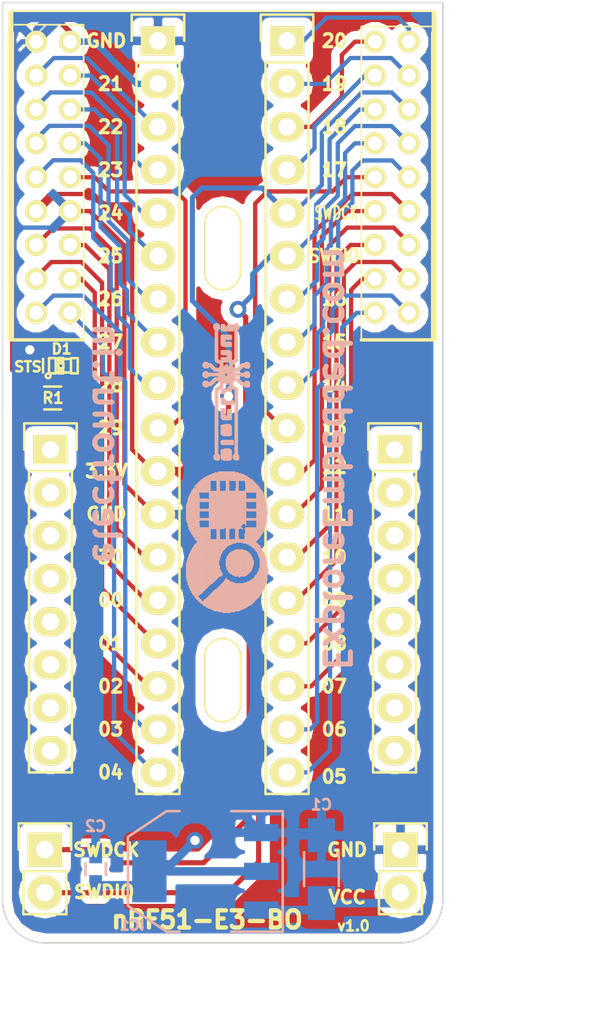
<source format=kicad_pcb>
(kicad_pcb (version 4) (host pcbnew "(2015-01-16 BZR 5376)-product")
  (layers (0 F.Cu signal hide) (31 B.Cu signal hide) (34 B.Paste user) (35 F.Paste user) (36 B.SilkS user) (37 F.SilkS user) (38 B.Mask user) (39 F.Mask user) (44 Edge.Cuts user))
  (net 0 "")
  (net 1 GND)
  (net 2 "Net-(D1-Pad1)")
  (net 3 "Net-(P1-Pad3)")
  (net 4 "Net-(P1-Pad4)")
  (net 5 "Net-(P1-Pad5)")
  (net 6 "Net-(P1-Pad6)")
  (net 7 "Net-(P1-Pad7)")
  (net 8 "Net-(P1-Pad8)")
  (net 9 "Net-(P1-Pad9)")
  (net 10 "Net-(P1-Pad10)")
  (net 11 "Net-(P1-Pad13)")
  (net 12 "Net-(P1-Pad14)")
  (net 13 "Net-(P1-Pad15)")
  (net 14 "Net-(P1-Pad16)")
  (net 15 "Net-(P1-Pad17)")
  (net 16 "Net-(P1-Pad18)")
  (net 17 "Net-(P2-Pad1)")
  (net 18 "Net-(P2-Pad2)")
  (net 19 "Net-(P2-Pad3)")
  (net 20 "Net-(P2-Pad4)")
  (net 21 "Net-(P2-Pad5)")
  (net 22 "Net-(P2-Pad6)")
  (net 23 "Net-(P2-Pad7)")
  (net 24 "Net-(P2-Pad8)")
  (net 25 "Net-(P3-Pad1)")
  (net 26 "Net-(P3-Pad2)")
  (net 27 "Net-(P3-Pad3)")
  (net 28 "Net-(P3-Pad4)")
  (net 29 "Net-(P3-Pad5)")
  (net 30 "Net-(P3-Pad6)")
  (net 31 "Net-(P3-Pad7)")
  (net 32 "Net-(P3-Pad8)")
  (net 33 "Net-(P3-Pad9)")
  (net 34 "Net-(P3-Pad10)")
  (net 35 "Net-(P3-Pad11)")
  (net 36 "Net-(P3-Pad12)")
  (net 37 "Net-(P3-Pad13)")
  (net 38 "Net-(P3-Pad14)")
  (net 39 "Net-(P3-Pad15)")
  (net 40 "Net-(P3-Pad16)")
  (net 41 "Net-(P3-Pad17)")
  (net 42 "Net-(P3-Pad18)")
  (net 43 "Net-(P5-Pad1)")
  (net 44 "Net-(P5-Pad2)")
  (net 45 "Net-(P5-Pad3)")
  (net 46 "Net-(P5-Pad4)")
  (net 47 "Net-(P5-Pad5)")
  (net 48 "Net-(P5-Pad6)")
  (net 49 "Net-(P5-Pad7)")
  (net 50 "Net-(P5-Pad8)")
  (net 51 "Net-(P7-Pad1)")
  (net 52 "Net-(P8-Pad1)")
  (net 53 "Net-(C1-Pad1)")
  (net 54 "Net-(C2-Pad1)")
  (net 55 "Net-(P1-Pad2)")
  (module ee:nRF81522Final (layer F.Cu) (at 173.99 67.31)
    (fp_text reference U1 hide)
    (fp_text value nRF51822 hide)
    (pad 1 thru_hole circle (at -11 -19) (size 1.30048 1.30048) (drill 0.8128) (layers *.Cu *.Mask F.SilkS) (net 1 GND))
    (pad 2 thru_hole circle (at -9 -19) (size 1.30048 1.30048) (drill 0.8128) (layers *.Cu *.Mask F.SilkS) (net 55 "Net-(P1-Pad2)"))
    (pad 3 thru_hole circle (at -11 -17) (size 1.30048 1.30048) (drill 0.8128) (layers *.Cu *.Mask F.SilkS) (net 3 "Net-(P1-Pad3)"))
    (pad 4 thru_hole circle (at -9 -17) (size 1.30048 1.30048) (drill 0.8128) (layers *.Cu *.Mask F.SilkS) (net 4 "Net-(P1-Pad4)"))
    (pad 5 thru_hole circle (at -11 -15) (size 1.30048 1.30048) (drill 0.8128) (layers *.Cu *.Mask F.SilkS) (net 5 "Net-(P1-Pad5)"))
    (pad 6 thru_hole circle (at -9 -15) (size 1.30048 1.30048) (drill 0.8128) (layers *.Cu *.Mask F.SilkS) (net 6 "Net-(P1-Pad6)"))
    (pad 7 thru_hole circle (at -11 -13) (size 1.30048 1.30048) (drill 0.8128) (layers *.Cu *.Mask F.SilkS) (net 7 "Net-(P1-Pad7)"))
    (pad 8 thru_hole circle (at -9 -13) (size 1.30048 1.30048) (drill 0.8128) (layers *.Cu *.Mask F.SilkS) (net 8 "Net-(P1-Pad8)"))
    (pad 9 thru_hole circle (at -11 -11) (size 1.30048 1.30048) (drill 0.8128) (layers *.Cu *.Mask F.SilkS) (net 9 "Net-(P1-Pad9)"))
    (pad 10 thru_hole circle (at -9 -11) (size 1.30048 1.30048) (drill 0.8128) (layers *.Cu *.Mask F.SilkS) (net 10 "Net-(P1-Pad10)"))
    (pad 11 thru_hole circle (at -11 -9) (size 1.30048 1.30048) (drill 0.8128) (layers *.Cu *.Mask F.SilkS) (net 54 "Net-(C2-Pad1)"))
    (pad 12 thru_hole circle (at -9 -9) (size 1.30048 1.30048) (drill 0.8128) (layers *.Cu *.Mask F.SilkS) (net 1 GND))
    (pad 13 thru_hole circle (at -11 -7) (size 1.30048 1.30048) (drill 0.8128) (layers *.Cu *.Mask F.SilkS) (net 11 "Net-(P1-Pad13)"))
    (pad 14 thru_hole circle (at -9 -7) (size 1.30048 1.30048) (drill 0.8128) (layers *.Cu *.Mask F.SilkS) (net 12 "Net-(P1-Pad14)"))
    (pad 15 thru_hole circle (at -11 -5) (size 1.30048 1.30048) (drill 0.8128) (layers *.Cu *.Mask F.SilkS) (net 13 "Net-(P1-Pad15)"))
    (pad 16 thru_hole circle (at -9 -5) (size 1.30048 1.30048) (drill 0.8128) (layers *.Cu *.Mask F.SilkS) (net 14 "Net-(P1-Pad16)"))
    (pad 17 thru_hole circle (at -11 -3) (size 1.30048 1.30048) (drill 0.8128) (layers *.Cu *.Mask F.SilkS) (net 15 "Net-(P1-Pad17)"))
    (pad 18 thru_hole circle (at -9 -3) (size 1.30048 1.30048) (drill 0.8128) (layers *.Cu *.Mask F.SilkS) (net 16 "Net-(P1-Pad18)"))
    (pad 20 thru_hole circle (at 11 -3) (size 1.30048 1.30048) (drill 0.8128) (layers *.Cu *.Mask F.SilkS) (net 41 "Net-(P3-Pad17)"))
    (pad 19 thru_hole circle (at 9 -3) (size 1.30048 1.30048) (drill 0.8128) (layers *.Cu *.Mask F.SilkS) (net 42 "Net-(P3-Pad18)"))
    (pad 22 thru_hole circle (at 11 -5) (size 1.30048 1.30048) (drill 0.8128) (layers *.Cu *.Mask F.SilkS) (net 39 "Net-(P3-Pad15)"))
    (pad 21 thru_hole circle (at 9 -5) (size 1.30048 1.30048) (drill 0.8128) (layers *.Cu *.Mask F.SilkS) (net 40 "Net-(P3-Pad16)"))
    (pad 24 thru_hole circle (at 11 -7) (size 1.30048 1.30048) (drill 0.8128) (layers *.Cu *.Mask F.SilkS) (net 37 "Net-(P3-Pad13)"))
    (pad 23 thru_hole circle (at 9 -7) (size 1.30048 1.30048) (drill 0.8128) (layers *.Cu *.Mask F.SilkS) (net 38 "Net-(P3-Pad14)"))
    (pad 26 thru_hole circle (at 11 -9) (size 1.30048 1.30048) (drill 0.8128) (layers *.Cu *.Mask F.SilkS) (net 35 "Net-(P3-Pad11)"))
    (pad 25 thru_hole circle (at 9 -9) (size 1.30048 1.30048) (drill 0.8128) (layers *.Cu *.Mask F.SilkS) (net 36 "Net-(P3-Pad12)"))
    (pad 28 thru_hole circle (at 11 -11) (size 1.30048 1.30048) (drill 0.8128) (layers *.Cu *.Mask F.SilkS) (net 33 "Net-(P3-Pad9)"))
    (pad 27 thru_hole circle (at 9 -11) (size 1.30048 1.30048) (drill 0.8128) (layers *.Cu *.Mask F.SilkS) (net 34 "Net-(P3-Pad10)"))
    (pad 30 thru_hole circle (at 11 -13) (size 1.30048 1.30048) (drill 0.8128) (layers *.Cu *.Mask F.SilkS) (net 31 "Net-(P3-Pad7)"))
    (pad 29 thru_hole circle (at 9 -13) (size 1.30048 1.30048) (drill 0.8128) (layers *.Cu *.Mask F.SilkS) (net 32 "Net-(P3-Pad8)"))
    (pad 32 thru_hole circle (at 11 -15) (size 1.30048 1.30048) (drill 0.8128) (layers *.Cu *.Mask F.SilkS) (net 29 "Net-(P3-Pad5)"))
    (pad 31 thru_hole circle (at 9 -15) (size 1.30048 1.30048) (drill 0.8128) (layers *.Cu *.Mask F.SilkS) (net 30 "Net-(P3-Pad6)"))
    (pad 34 thru_hole circle (at 11 -17) (size 1.30048 1.30048) (drill 0.8128) (layers *.Cu *.Mask F.SilkS) (net 26 "Net-(P3-Pad2)"))
    (pad 33 thru_hole circle (at 9 -17) (size 1.30048 1.30048) (drill 0.8128) (layers *.Cu *.Mask F.SilkS) (net 28 "Net-(P3-Pad4)"))
    (pad 36 thru_hole circle (at 11 -19) (size 1.30048 1.30048) (drill 0.8128) (layers *.Cu *.Mask F.SilkS) (net 25 "Net-(P3-Pad1)"))
    (pad 35 thru_hole circle (at 9 -19) (size 1.30048 1.30048) (drill 0.8128) (layers *.Cu *.Mask F.SilkS) (net 27 "Net-(P3-Pad3)"))
  )
  (module Connect:1pin (layer F.Cu) (at 174 86)
    (fp_text reference P7 hide)
    (fp_text value CONN_01X01 hide)
    (pad 1 thru_hole oval (at 0 0) (size 2.2 5) (drill oval 2 4.8) (layers *.Cu *.Mask F.SilkS) (net 51 "Net-(P7-Pad1)"))
  )
  (module Connect:1pin (layer F.Cu) (at 174 60.5)
    (fp_text reference P8 hide)
    (fp_text value CONN_01X01 hide)
    (pad 1 thru_hole oval (at 0 0) (size 2.2 5) (drill oval 2 4.8) (layers *.Cu *.Mask F.SilkS) (net 52 "Net-(P8-Pad1)"))
  )
  (module ee:LED-0603_NEW (layer F.Cu) (at 164.592 67.437 180)
    (fp_text reference D1 (at 0.1016 0.9906 180) (layer F.SilkS) (effects (font (size 0.6 0.6))))
    (fp_text value LED hide)
    (pad 1 smd rect (at -0.7493 0 180) (size 0.79756 0.79756) (layers F.Cu F.Paste F.Mask) (net 2 "Net-(D1-Pad1)"))
    (pad 2 smd rect (at 0.7493 0 180) (size 0.79756 0.79756) (layers F.Cu F.Paste F.Mask) (net 1 GND))
  )
  (module ee:LM_1117 (layer B.Cu) (at 172.974 97.282 270)
    (fp_text reference IC1 (at 3.175 4.318 540) (layer B.SilkS) (effects (font (size 0.6 0.6)) (justify mirror)))
    (fp_text value LM1117 hide)
    (pad 4 smd rect (at 0 3.302 270) (size 3.6576 2.032) (layers B.Cu B.Paste B.Mask) (net 54 "Net-(C2-Pad1)"))
    (pad 2 smd rect (at 0 -3.302 270) (size 1.016 2.032) (layers B.Cu B.Paste B.Mask) (net 54 "Net-(C2-Pad1)"))
    (pad 3 smd rect (at 2.286 -3.302 270) (size 1.016 2.032) (layers B.Cu B.Paste B.Mask) (net 53 "Net-(C1-Pad1)"))
    (pad 1 smd rect (at -2.286 -3.302 270) (size 1.016 2.032) (layers B.Cu B.Paste B.Mask) (net 1 GND))
  )
  (module Pin_Headers:Pin_Header_Straight_1x18 (layer F.Cu) (at 170.18 48.26)
    (fp_text reference P1 hide)
    (fp_text value CONN_01X18 hide)
    (pad 1 thru_hole rect (at 0 0) (size 2.032 1.7272) (drill 1.016) (layers *.Cu *.Mask F.SilkS) (net 1 GND))
    (pad 2 thru_hole oval (at 0 2.54) (size 2.032 1.7272) (drill 1.016) (layers *.Cu *.Mask F.SilkS) (net 55 "Net-(P1-Pad2)"))
    (pad 3 thru_hole oval (at 0 5.08) (size 2.032 1.7272) (drill 1.016) (layers *.Cu *.Mask F.SilkS) (net 3 "Net-(P1-Pad3)"))
    (pad 4 thru_hole oval (at 0 7.62) (size 2.032 1.7272) (drill 1.016) (layers *.Cu *.Mask F.SilkS) (net 4 "Net-(P1-Pad4)"))
    (pad 5 thru_hole oval (at 0 10.16) (size 2.032 1.7272) (drill 1.016) (layers *.Cu *.Mask F.SilkS) (net 5 "Net-(P1-Pad5)"))
    (pad 6 thru_hole oval (at 0 12.7) (size 2.032 1.7272) (drill 1.016) (layers *.Cu *.Mask F.SilkS) (net 6 "Net-(P1-Pad6)"))
    (pad 7 thru_hole oval (at 0 15.24) (size 2.032 1.7272) (drill 1.016) (layers *.Cu *.Mask F.SilkS) (net 7 "Net-(P1-Pad7)"))
    (pad 8 thru_hole oval (at 0 17.78) (size 2.032 1.7272) (drill 1.016) (layers *.Cu *.Mask F.SilkS) (net 8 "Net-(P1-Pad8)"))
    (pad 9 thru_hole oval (at 0 20.32) (size 2.032 1.7272) (drill 1.016) (layers *.Cu *.Mask F.SilkS) (net 9 "Net-(P1-Pad9)"))
    (pad 10 thru_hole oval (at 0 22.86) (size 2.032 1.7272) (drill 1.016) (layers *.Cu *.Mask F.SilkS) (net 10 "Net-(P1-Pad10)"))
    (pad 11 thru_hole oval (at 0 25.4) (size 2.032 1.7272) (drill 1.016) (layers *.Cu *.Mask F.SilkS) (net 54 "Net-(C2-Pad1)"))
    (pad 12 thru_hole oval (at 0 27.94) (size 2.032 1.7272) (drill 1.016) (layers *.Cu *.Mask F.SilkS) (net 1 GND))
    (pad 13 thru_hole oval (at 0 30.48) (size 2.032 1.7272) (drill 1.016) (layers *.Cu *.Mask F.SilkS) (net 11 "Net-(P1-Pad13)"))
    (pad 14 thru_hole oval (at 0 33.02) (size 2.032 1.7272) (drill 1.016) (layers *.Cu *.Mask F.SilkS) (net 12 "Net-(P1-Pad14)"))
    (pad 15 thru_hole oval (at 0 35.56) (size 2.032 1.7272) (drill 1.016) (layers *.Cu *.Mask F.SilkS) (net 13 "Net-(P1-Pad15)"))
    (pad 16 thru_hole oval (at 0 38.1) (size 2.032 1.7272) (drill 1.016) (layers *.Cu *.Mask F.SilkS) (net 14 "Net-(P1-Pad16)"))
    (pad 17 thru_hole oval (at 0 40.64) (size 2.032 1.7272) (drill 1.016) (layers *.Cu *.Mask F.SilkS) (net 15 "Net-(P1-Pad17)"))
    (pad 18 thru_hole oval (at 0 43.18) (size 2.032 1.7272) (drill 1.016) (layers *.Cu *.Mask F.SilkS) (net 16 "Net-(P1-Pad18)"))
  )
  (module Pin_Headers:Pin_Header_Straight_1x08 (layer F.Cu) (at 163.83 72.39)
    (fp_text reference P2 hide)
    (fp_text value CONN_01X08 hide)
    (pad 1 thru_hole rect (at 0 0) (size 2.032 1.7272) (drill 1.016) (layers *.Cu *.Mask F.SilkS) (net 17 "Net-(P2-Pad1)"))
    (pad 2 thru_hole oval (at 0 2.54) (size 2.032 1.7272) (drill 1.016) (layers *.Cu *.Mask F.SilkS) (net 18 "Net-(P2-Pad2)"))
    (pad 3 thru_hole oval (at 0 5.08) (size 2.032 1.7272) (drill 1.016) (layers *.Cu *.Mask F.SilkS) (net 19 "Net-(P2-Pad3)"))
    (pad 4 thru_hole oval (at 0 7.62) (size 2.032 1.7272) (drill 1.016) (layers *.Cu *.Mask F.SilkS) (net 20 "Net-(P2-Pad4)"))
    (pad 5 thru_hole oval (at 0 10.16) (size 2.032 1.7272) (drill 1.016) (layers *.Cu *.Mask F.SilkS) (net 21 "Net-(P2-Pad5)"))
    (pad 6 thru_hole oval (at 0 12.7) (size 2.032 1.7272) (drill 1.016) (layers *.Cu *.Mask F.SilkS) (net 22 "Net-(P2-Pad6)"))
    (pad 7 thru_hole oval (at 0 15.24) (size 2.032 1.7272) (drill 1.016) (layers *.Cu *.Mask F.SilkS) (net 23 "Net-(P2-Pad7)"))
    (pad 8 thru_hole oval (at 0 17.78) (size 2.032 1.7272) (drill 1.016) (layers *.Cu *.Mask F.SilkS) (net 24 "Net-(P2-Pad8)"))
  )
  (module Pin_Headers:Pin_Header_Straight_1x18 (layer F.Cu) (at 177.8 48.26)
    (fp_text reference P3 hide)
    (fp_text value CONN_01X18 hide)
    (pad 1 thru_hole rect (at 0 0) (size 2.032 1.7272) (drill 1.016) (layers *.Cu *.Mask F.SilkS) (net 25 "Net-(P3-Pad1)"))
    (pad 2 thru_hole oval (at 0 2.54) (size 2.032 1.7272) (drill 1.016) (layers *.Cu *.Mask F.SilkS) (net 26 "Net-(P3-Pad2)"))
    (pad 3 thru_hole oval (at 0 5.08) (size 2.032 1.7272) (drill 1.016) (layers *.Cu *.Mask F.SilkS) (net 27 "Net-(P3-Pad3)"))
    (pad 4 thru_hole oval (at 0 7.62) (size 2.032 1.7272) (drill 1.016) (layers *.Cu *.Mask F.SilkS) (net 28 "Net-(P3-Pad4)"))
    (pad 5 thru_hole oval (at 0 10.16) (size 2.032 1.7272) (drill 1.016) (layers *.Cu *.Mask F.SilkS) (net 29 "Net-(P3-Pad5)"))
    (pad 6 thru_hole oval (at 0 12.7) (size 2.032 1.7272) (drill 1.016) (layers *.Cu *.Mask F.SilkS) (net 30 "Net-(P3-Pad6)"))
    (pad 7 thru_hole oval (at 0 15.24) (size 2.032 1.7272) (drill 1.016) (layers *.Cu *.Mask F.SilkS) (net 31 "Net-(P3-Pad7)"))
    (pad 8 thru_hole oval (at 0 17.78) (size 2.032 1.7272) (drill 1.016) (layers *.Cu *.Mask F.SilkS) (net 32 "Net-(P3-Pad8)"))
    (pad 9 thru_hole oval (at 0 20.32) (size 2.032 1.7272) (drill 1.016) (layers *.Cu *.Mask F.SilkS) (net 33 "Net-(P3-Pad9)"))
    (pad 10 thru_hole oval (at 0 22.86) (size 2.032 1.7272) (drill 1.016) (layers *.Cu *.Mask F.SilkS) (net 34 "Net-(P3-Pad10)"))
    (pad 11 thru_hole oval (at 0 25.4) (size 2.032 1.7272) (drill 1.016) (layers *.Cu *.Mask F.SilkS) (net 35 "Net-(P3-Pad11)"))
    (pad 12 thru_hole oval (at 0 27.94) (size 2.032 1.7272) (drill 1.016) (layers *.Cu *.Mask F.SilkS) (net 36 "Net-(P3-Pad12)"))
    (pad 13 thru_hole oval (at 0 30.48) (size 2.032 1.7272) (drill 1.016) (layers *.Cu *.Mask F.SilkS) (net 37 "Net-(P3-Pad13)"))
    (pad 14 thru_hole oval (at 0 33.02) (size 2.032 1.7272) (drill 1.016) (layers *.Cu *.Mask F.SilkS) (net 38 "Net-(P3-Pad14)"))
    (pad 15 thru_hole oval (at 0 35.56) (size 2.032 1.7272) (drill 1.016) (layers *.Cu *.Mask F.SilkS) (net 39 "Net-(P3-Pad15)"))
    (pad 16 thru_hole oval (at 0 38.1) (size 2.032 1.7272) (drill 1.016) (layers *.Cu *.Mask F.SilkS) (net 40 "Net-(P3-Pad16)"))
    (pad 17 thru_hole oval (at 0 40.64) (size 2.032 1.7272) (drill 1.016) (layers *.Cu *.Mask F.SilkS) (net 41 "Net-(P3-Pad17)"))
    (pad 18 thru_hole oval (at 0 43.18) (size 2.032 1.7272) (drill 1.016) (layers *.Cu *.Mask F.SilkS) (net 42 "Net-(P3-Pad18)"))
  )
  (module Pin_Headers:Pin_Header_Straight_1x08 (layer F.Cu) (at 184.15 72.39)
    (fp_text reference P5 hide)
    (fp_text value CONN_01X08 hide)
    (pad 1 thru_hole rect (at 0 0) (size 2.032 1.7272) (drill 1.016) (layers *.Cu *.Mask F.SilkS) (net 43 "Net-(P5-Pad1)"))
    (pad 2 thru_hole oval (at 0 2.54) (size 2.032 1.7272) (drill 1.016) (layers *.Cu *.Mask F.SilkS) (net 44 "Net-(P5-Pad2)"))
    (pad 3 thru_hole oval (at 0 5.08) (size 2.032 1.7272) (drill 1.016) (layers *.Cu *.Mask F.SilkS) (net 45 "Net-(P5-Pad3)"))
    (pad 4 thru_hole oval (at 0 7.62) (size 2.032 1.7272) (drill 1.016) (layers *.Cu *.Mask F.SilkS) (net 46 "Net-(P5-Pad4)"))
    (pad 5 thru_hole oval (at 0 10.16) (size 2.032 1.7272) (drill 1.016) (layers *.Cu *.Mask F.SilkS) (net 47 "Net-(P5-Pad5)"))
    (pad 6 thru_hole oval (at 0 12.7) (size 2.032 1.7272) (drill 1.016) (layers *.Cu *.Mask F.SilkS) (net 48 "Net-(P5-Pad6)"))
    (pad 7 thru_hole oval (at 0 15.24) (size 2.032 1.7272) (drill 1.016) (layers *.Cu *.Mask F.SilkS) (net 49 "Net-(P5-Pad7)"))
    (pad 8 thru_hole oval (at 0 17.78) (size 2.032 1.7272) (drill 1.016) (layers *.Cu *.Mask F.SilkS) (net 50 "Net-(P5-Pad8)"))
  )
  (module Resistors_SMD:R_0603_HandSoldering (layer F.Cu) (at 163.957 69.342)
    (fp_text reference R1 (at 0.0254 0) (layer F.SilkS) (effects (font (size 0.635 0.635))))
    (fp_text value 470r hide)
    (pad 1 smd rect (at -1.1 0) (size 1.2 0.9) (layers F.Cu F.Paste F.Mask) (net 55 "Net-(P1-Pad2)"))
    (pad 2 smd rect (at 1.1 0) (size 1.2 0.9) (layers F.Cu F.Paste F.Mask) (net 2 "Net-(D1-Pad1)"))
  )
  (module Capacitors_SMD:C_1206_HandSoldering (layer B.Cu) (at 179.832 97.155 90)
    (fp_text reference C1 (at 3.81 0 180) (layer B.SilkS) (effects (font (size 0.635 0.635)) (justify mirror)))
    (fp_text value 10uF hide)
    (pad 1 smd rect (at -2 0 90) (size 2 1.6) (layers B.Cu B.Paste B.Mask) (net 53 "Net-(C1-Pad1)"))
    (pad 2 smd rect (at 2 0 90) (size 2 1.6) (layers B.Cu B.Paste B.Mask) (net 1 GND))
  )
  (module Capacitors_SMD:C_0603_HandSoldering (layer B.Cu) (at 166.497 97.155 90)
    (fp_text reference C2 (at 2.54 0 180) (layer B.SilkS) (effects (font (size 0.635 0.635)) (justify mirror)))
    (fp_text value 0.1uF hide)
    (pad 1 smd rect (at -0.95 0 90) (size 1.2 0.75) (layers B.Cu B.Paste B.Mask) (net 54 "Net-(C2-Pad1)"))
    (pad 2 smd rect (at 0.95 0 90) (size 1.2 0.75) (layers B.Cu B.Paste B.Mask) (net 1 GND))
  )
  (module Pin_Headers:Pin_Header_Straight_1x02 (layer F.Cu) (at 184.5 96)
    (fp_text reference P4 hide)
    (fp_text value CONN_01X02 hide)
    (pad 1 thru_hole rect (at 0 0) (size 2.032 2.032) (drill 1.016) (layers *.Cu *.Mask F.SilkS) (net 1 GND))
    (pad 2 thru_hole oval (at 0 2.54) (size 2.032 2.032) (drill 1.016) (layers *.Cu *.Mask F.SilkS) (net 53 "Net-(C1-Pad1)"))
  )
  (module Pin_Headers:Pin_Header_Straight_1x02 (layer F.Cu) (at 163.5 96)
    (fp_text reference P6 hide)
    (fp_text value CONN_01X02 hide)
    (pad 1 thru_hole rect (at 0 0) (size 2.032 2.032) (drill 1.016) (layers *.Cu *.Mask F.SilkS) (net 29 "Net-(P3-Pad5)"))
    (pad 2 thru_hole oval (at 0 2.54) (size 2.032 2.032) (drill 1.016) (layers *.Cu *.Mask F.SilkS) (net 30 "Net-(P3-Pad6)"))
  )
  (module ee:LOGO_electronut (layer B.Cu) (at 172.847 73.025 90)
    (fp_text reference U$2 hide)
    (fp_text value LOGO hide)
  )
  (module "logo:LOGO (2)" (layer B.Cu) (at 177.038 82.677 90)
    (fp_text reference LOGO hide)
    (fp_text value "" (at 0 0 90) (layer B.SilkS) (effects (justify mirror)))
  )
  (gr_line (start 161 46.5) (end 161 93.5) (angle 90) (layer Edge.Cuts) (width 0.1))
  (gr_line (start 161 46) (end 161 46.5) (angle 90) (layer Edge.Cuts) (width 0.1))
  (gr_line (start 161 93.5) (end 161 99) (angle 90) (layer Edge.Cuts) (width 0.1))
  (gr_text " v1.0" (at 181.5 100.5) (layer F.SilkS) (effects (font (size 0.6 0.6))))
  (gr_text "nRF51-E3-BO   " (at 174.244 100.1395) (layer F.SilkS) (effects (font (size 1.016 1.016) (thickness 0.254))))
  (gr_text electronut.in (at 167.132 72.009 270) (layer B.SilkS) (effects (font (size 1.5 1.5) (thickness 0.3)) (justify mirror)))
  (gr_text ExploreEmbedded.com (at 180.721 72.898 270) (layer B.SilkS) (effects (font (size 1.5 1.5) (thickness 0.3)) (justify mirror)))
  (gr_line (start 187 99) (end 187 93.5) (angle 90) (layer Edge.Cuts) (width 0.1))
  (gr_line (start 163.5 101.5) (end 184.5 101.5) (angle 90) (layer Edge.Cuts) (width 0.1))
  (gr_arc (start 163.5 99) (end 163.5 101.5) (angle 90) (layer Edge.Cuts) (width 0.1))
  (gr_arc (start 184.5 99) (end 187 99) (angle 90) (layer Edge.Cuts) (width 0.1))
  (gr_text 23 (at 167.386 55.88) (layer F.SilkS) (effects (font (size 0.762 0.762) (thickness 0.1905))))
  (gr_line (start 161 46) (end 187 46) (angle 90) (layer Edge.Cuts) (width 0.1))
  (gr_text SWDIO (at 167 98.5) (layer F.SilkS) (effects (font (size 0.762 0.762) (thickness 0.1905))))
  (gr_text SWDCK (at 167.132 96.012) (layer F.SilkS) (effects (font (size 0.762 0.762) (thickness 0.1905))))
  (gr_text VCC (at 181.356 98.806) (layer F.SilkS) (effects (font (size 0.762 0.762) (thickness 0.1905))))
  (gr_text GND (at 181.356 96.012) (layer F.SilkS) (effects (font (size 0.762 0.762) (thickness 0.1905))))
  (gr_text 05 (at 180.594 91.694) (layer F.SilkS) (effects (font (size 0.762 0.762) (thickness 0.1905))))
  (gr_text 06 (at 180.594 88.9) (layer F.SilkS) (effects (font (size 0.762 0.762) (thickness 0.1905))))
  (gr_text 07 (at 180.594 86.36) (layer F.SilkS) (effects (font (size 0.762 0.762) (thickness 0.1905))))
  (gr_text 08 (at 180.594 83.82) (layer F.SilkS) (effects (font (size 0.762 0.762) (thickness 0.1905))))
  (gr_text 09 (at 180.594 81.28) (layer F.SilkS) (effects (font (size 0.762 0.762) (thickness 0.1905))))
  (gr_text 10 (at 180.594 78.74) (layer F.SilkS) (effects (font (size 0.762 0.762) (thickness 0.1905))))
  (gr_text 11 (at 180.594 76.2) (layer F.SilkS) (effects (font (size 0.762 0.762) (thickness 0.1905))))
  (gr_text 12 (at 180.594 73.406) (layer F.SilkS) (effects (font (size 0.762 0.762) (thickness 0.1905))))
  (gr_text 13 (at 180.594 71.12) (layer F.SilkS) (effects (font (size 0.762 0.762) (thickness 0.1905))))
  (gr_text 14 (at 180.594 68.58) (layer F.SilkS) (effects (font (size 0.762 0.762) (thickness 0.1905))))
  (gr_text 15 (at 180.594 66.04) (layer F.SilkS) (effects (font (size 0.762 0.762) (thickness 0.1905))))
  (gr_text 16 (at 180.594 63.5) (layer F.SilkS) (effects (font (size 0.762 0.762) (thickness 0.1905))))
  (gr_text SWDCK (at 180.721 58.42) (layer F.SilkS) (effects (font (size 0.762 0.508) (thickness 0.127))))
  (gr_text SWDIO (at 180.594 60.96) (layer F.SilkS) (effects (font (size 0.762 0.635) (thickness 0.15875))))
  (gr_text 18 (at 180.594 53.34) (layer F.SilkS) (effects (font (size 0.762 0.762) (thickness 0.1905))))
  (gr_text 17 (at 180.594 55.88) (layer F.SilkS) (effects (font (size 0.762 0.762) (thickness 0.1905))))
  (gr_text 20 (at 180.594 48.26) (layer F.SilkS) (effects (font (size 0.762 0.762) (thickness 0.1905))))
  (gr_text 19 (at 180.594 50.8) (layer F.SilkS) (effects (font (size 0.762 0.762) (thickness 0.1905))))
  (gr_text GND (at 167.132 76.2) (layer F.SilkS) (effects (font (size 0.762 0.762) (thickness 0.1905))))
  (gr_text 3.3V (at 167.132 73.66) (layer F.SilkS) (effects (font (size 0.762 0.762) (thickness 0.1905))))
  (gr_text "GND\n" (at 167.132 48.26) (layer F.SilkS) (effects (font (size 0.762 0.762) (thickness 0.1905))))
  (gr_text 04 (at 167.386 91.44) (layer F.SilkS) (effects (font (size 0.762 0.762) (thickness 0.1905))))
  (gr_text 03 (at 167.386 88.9) (layer F.SilkS) (effects (font (size 0.762 0.762) (thickness 0.1905))))
  (gr_text 02 (at 167.386 86.36) (layer F.SilkS) (effects (font (size 0.762 0.762) (thickness 0.1905))))
  (gr_text 01 (at 167.386 83.82) (layer F.SilkS) (effects (font (size 0.762 0.762) (thickness 0.1905))))
  (gr_text 00 (at 167.386 81.28) (layer F.SilkS) (effects (font (size 0.762 0.762) (thickness 0.1905))))
  (gr_text 30 (at 167.386 78.74) (layer F.SilkS) (effects (font (size 0.762 0.762) (thickness 0.1905))))
  (gr_text 29 (at 167.386 71.12) (layer F.SilkS) (effects (font (size 0.762 0.762) (thickness 0.1905))))
  (gr_text 28 (at 167.386 68.58) (layer F.SilkS) (effects (font (size 0.762 0.762) (thickness 0.1905))))
  (gr_text 27 (at 167.386 66.04) (layer F.SilkS) (effects (font (size 0.762 0.762) (thickness 0.1905))))
  (gr_text 26 (at 167.386 63.5) (layer F.SilkS) (effects (font (size 0.762 0.762) (thickness 0.1905))))
  (gr_text 25 (at 167.386 60.96) (layer F.SilkS) (effects (font (size 0.762 0.762) (thickness 0.1905))))
  (gr_text 24 (at 167.386 58.42) (layer F.SilkS) (effects (font (size 0.762 0.762) (thickness 0.1905))))
  (gr_text 22 (at 167.386 53.34) (layer F.SilkS) (effects (font (size 0.762 0.762) (thickness 0.1905))))
  (gr_text STS (at 162.5 67.5) (layer F.SilkS) (effects (font (size 0.6 0.6))))
  (gr_text 21 (at 167.386 50.8) (layer F.SilkS) (effects (font (size 0.762 0.762) (thickness 0.1905))))
  (gr_line (start 187 93.5) (end 187 46) (angle 90) (layer Edge.Cuts) (width 0.1))
  (segment (start 164.99 58.31) (end 164.99 58.4284) (width 0.254) (layer B.Cu) (net 1))
  (segment (start 164.99 58.4284) (end 164.1348 59.2836) (width 0.254) (layer B.Cu) (net 1))
  (segment (start 162.0012 59.2836) (end 161.5948 59.69) (width 0.254) (layer B.Cu) (net 1))
  (segment (start 164.1348 59.2836) (end 162.0012 59.2836) (width 0.254) (layer B.Cu) (net 1))
  (segment (start 163.8427 67.437) (end 163.5506 67.437) (width 0.3048) (layer F.Cu) (net 1))
  (segment (start 163.5506 67.437) (end 162.6108 66.4972) (width 0.3048) (layer F.Cu) (net 1))
  (via (at 162.6108 66.4972) (size 1) (drill 0.55) (layers F.Cu B.Cu) (net 1))
  (segment (start 162.6108 66.4972) (end 161.5948 65.4812) (width 0.3048) (layer B.Cu) (net 1))
  (segment (start 161.5948 65.4812) (end 161.5948 59.69) (width 0.3048) (layer B.Cu) (net 1))
  (segment (start 161.5948 59.69) (end 161.5948 48.8696) (width 0.3048) (layer B.Cu) (net 1))
  (segment (start 161.5948 48.8696) (end 162.1544 48.31) (width 0.3048) (layer B.Cu) (net 1))
  (segment (start 162.1544 48.31) (end 162.99 48.31) (width 0.3048) (layer B.Cu) (net 1))
  (segment (start 170.18 76.2) (end 171.3484 76.2) (width 0.508) (layer B.Cu) (net 1))
  (segment (start 172.0596 93.1164) (end 172.9232 93.98) (width 0.508) (layer B.Cu) (net 1))
  (segment (start 172.0596 76.9112) (end 172.0596 93.1164) (width 0.508) (layer B.Cu) (net 1))
  (segment (start 171.3484 76.2) (end 172.0596 76.9112) (width 0.508) (layer B.Cu) (net 1))
  (segment (start 166.497 96.205) (end 166.497 95.1738) (width 0.508) (layer B.Cu) (net 1))
  (segment (start 166.497 95.1738) (end 167.6908 93.98) (width 0.508) (layer B.Cu) (net 1))
  (segment (start 167.6908 93.98) (end 172.9232 93.98) (width 0.508) (layer B.Cu) (net 1))
  (segment (start 175.26 93.98) (end 176.276 94.996) (width 0.508) (layer B.Cu) (net 1))
  (segment (start 172.9232 93.98) (end 175.26 93.98) (width 0.508) (layer B.Cu) (net 1))
  (segment (start 176.276 94.996) (end 179.673 94.996) (width 0.508) (layer B.Cu) (net 1))
  (segment (start 179.673 94.996) (end 179.832 95.155) (width 0.508) (layer B.Cu) (net 1))
  (segment (start 184.5 96) (end 182.5632 96) (width 0.508) (layer B.Cu) (net 1))
  (segment (start 181.7182 95.155) (end 179.832 95.155) (width 0.508) (layer B.Cu) (net 1))
  (segment (start 182.5632 96) (end 181.7182 95.155) (width 0.508) (layer B.Cu) (net 1))
  (segment (start 168.1988 70.7644) (end 168.1988 60.3504) (width 0.254) (layer F.Cu) (net 1))
  (segment (start 168.1988 74.422) (end 168.1988 70.7644) (width 0.254) (layer F.Cu) (net 1))
  (segment (start 169.9768 76.2) (end 168.1988 74.422) (width 0.254) (layer F.Cu) (net 1))
  (segment (start 166.1584 58.31) (end 164.99 58.31) (width 0.254) (layer F.Cu) (net 1))
  (segment (start 168.1988 60.3504) (end 166.1584 58.31) (width 0.254) (layer F.Cu) (net 1))
  (segment (start 170.18 76.2) (end 169.9768 76.2) (width 0.254) (layer F.Cu) (net 1))
  (segment (start 170.18 48.26) (end 167.894 48.26) (width 0.381) (layer B.Cu) (net 1))
  (segment (start 162.99 47.576) (end 162.99 48.31) (width 0.381) (layer B.Cu) (net 1))
  (segment (start 163.83 46.736) (end 162.99 47.576) (width 0.381) (layer B.Cu) (net 1))
  (segment (start 166.37 46.736) (end 163.83 46.736) (width 0.381) (layer B.Cu) (net 1))
  (segment (start 167.894 48.26) (end 166.37 46.736) (width 0.381) (layer B.Cu) (net 1))
  (segment (start 165.057 69.342) (end 165.057 69.2326) (width 0.3048) (layer F.Cu) (net 2))
  (segment (start 165.057 69.2326) (end 165.3413 68.9483) (width 0.3048) (layer F.Cu) (net 2))
  (segment (start 165.3413 68.9483) (end 165.3413 67.437) (width 0.3048) (layer F.Cu) (net 2))
  (segment (start 170.18 53.34) (end 170.053 53.34) (width 0.254) (layer B.Cu) (net 3))
  (segment (start 170.053 53.34) (end 165.989 49.276) (width 0.254) (layer B.Cu) (net 3))
  (segment (start 165.989 49.276) (end 164.024 49.276) (width 0.254) (layer B.Cu) (net 3))
  (segment (start 164.024 49.276) (end 162.99 50.31) (width 0.254) (layer B.Cu) (net 3))
  (segment (start 170.18 55.88) (end 169.418 55.88) (width 0.254) (layer B.Cu) (net 4))
  (segment (start 169.418 55.88) (end 168.7195 55.1815) (width 0.254) (layer B.Cu) (net 4))
  (segment (start 168.7195 52.832) (end 167.8305 51.943) (width 0.254) (layer B.Cu) (net 4))
  (segment (start 168.7195 55.1815) (end 168.7195 52.832) (width 0.254) (layer B.Cu) (net 4))
  (segment (start 166.1975 50.31) (end 164.99 50.31) (width 0.254) (layer B.Cu) (net 4))
  (segment (start 167.9575 52.07) (end 167.8305 51.943) (width 0.254) (layer B.Cu) (net 4))
  (segment (start 167.8305 51.943) (end 166.1975 50.31) (width 0.254) (layer B.Cu) (net 4))
  (segment (start 165.4355 50.31) (end 164.99 50.31) (width 0.254) (layer B.Cu) (net 4))
  (segment (start 170.18 58.42) (end 169.291 58.42) (width 0.254) (layer B.Cu) (net 5))
  (segment (start 169.291 58.42) (end 168.2115 57.3405) (width 0.254) (layer B.Cu) (net 5))
  (segment (start 168.2115 57.3405) (end 168.2115 53.2765) (width 0.254) (layer B.Cu) (net 5))
  (segment (start 168.2115 53.2765) (end 166.243 51.308) (width 0.254) (layer B.Cu) (net 5))
  (segment (start 166.243 51.308) (end 163.83 51.308) (width 0.254) (layer B.Cu) (net 5))
  (segment (start 163.83 51.308) (end 162.99 52.148) (width 0.254) (layer B.Cu) (net 5))
  (segment (start 162.99 52.148) (end 162.99 52.31) (width 0.254) (layer B.Cu) (net 5))
  (segment (start 170.18 60.96) (end 169.9768 60.96) (width 0.254) (layer B.Cu) (net 6))
  (segment (start 169.9768 60.96) (end 168.5036 59.4868) (width 0.254) (layer B.Cu) (net 6))
  (segment (start 168.5036 58.5724) (end 167.767 57.8358) (width 0.254) (layer B.Cu) (net 6))
  (segment (start 168.5036 59.4868) (end 168.5036 58.5724) (width 0.254) (layer B.Cu) (net 6))
  (segment (start 170.18 60.96) (end 169.672 60.96) (width 0.254) (layer B.Cu) (net 6))
  (segment (start 167.767 57.8358) (end 167.767 53.6575) (width 0.254) (layer B.Cu) (net 6))
  (segment (start 167.767 53.6575) (end 166.4195 52.31) (width 0.254) (layer B.Cu) (net 6))
  (segment (start 166.4195 52.31) (end 164.99 52.31) (width 0.254) (layer B.Cu) (net 6))
  (segment (start 170.18 63.5) (end 169.5704 63.5) (width 0.254) (layer B.Cu) (net 7))
  (segment (start 169.5704 63.5) (end 168.402 62.3316) (width 0.254) (layer B.Cu) (net 7))
  (segment (start 168.402 60.0456) (end 167.259 58.9026) (width 0.254) (layer B.Cu) (net 7))
  (segment (start 168.402 62.3316) (end 168.402 60.0456) (width 0.254) (layer B.Cu) (net 7))
  (segment (start 170.18 63.5) (end 169.3545 63.5) (width 0.254) (layer B.Cu) (net 7))
  (segment (start 167.259 58.9026) (end 167.259 54.4195) (width 0.254) (layer B.Cu) (net 7))
  (segment (start 167.259 54.4195) (end 166.116 53.2765) (width 0.254) (layer B.Cu) (net 7))
  (segment (start 166.116 53.2765) (end 163.7665 53.2765) (width 0.254) (layer B.Cu) (net 7))
  (segment (start 163.7665 53.2765) (end 162.99 54.053) (width 0.254) (layer B.Cu) (net 7))
  (segment (start 162.99 54.053) (end 162.99 54.31) (width 0.254) (layer B.Cu) (net 7))
  (segment (start 170.18 66.04) (end 170.1292 66.04) (width 0.254) (layer B.Cu) (net 8))
  (segment (start 170.1292 66.04) (end 168.3512 64.262) (width 0.254) (layer B.Cu) (net 8))
  (segment (start 167.9448 60.4012) (end 166.789094 59.245494) (width 0.254) (layer B.Cu) (net 8))
  (segment (start 167.9448 62.5856) (end 167.9448 60.4012) (width 0.254) (layer B.Cu) (net 8))
  (segment (start 168.3512 62.992) (end 167.9448 62.5856) (width 0.254) (layer B.Cu) (net 8))
  (segment (start 168.3512 64.262) (end 168.3512 62.992) (width 0.254) (layer B.Cu) (net 8))
  (segment (start 170.18 66.04) (end 169.799 66.04) (width 0.254) (layer B.Cu) (net 8))
  (segment (start 166.789094 59.245494) (end 166.789094 55.219594) (width 0.254) (layer B.Cu) (net 8))
  (segment (start 166.789094 55.219594) (end 165.8795 54.31) (width 0.254) (layer B.Cu) (net 8))
  (segment (start 165.8795 54.31) (end 164.99 54.31) (width 0.254) (layer B.Cu) (net 8))
  (segment (start 170.18 68.58) (end 169.5196 68.58) (width 0.254) (layer B.Cu) (net 9))
  (segment (start 169.5196 68.58) (end 168.5036 67.564) (width 0.254) (layer B.Cu) (net 9))
  (segment (start 167.386 60.9092) (end 166.357292 59.880492) (width 0.254) (layer B.Cu) (net 9))
  (segment (start 167.386 62.8396) (end 167.386 60.9092) (width 0.254) (layer B.Cu) (net 9))
  (segment (start 167.8432 63.2968) (end 167.386 62.8396) (width 0.254) (layer B.Cu) (net 9))
  (segment (start 167.8432 64.516) (end 167.8432 63.2968) (width 0.254) (layer B.Cu) (net 9))
  (segment (start 168.5036 65.1764) (end 167.8432 64.516) (width 0.254) (layer B.Cu) (net 9))
  (segment (start 168.5036 67.564) (end 168.5036 65.1764) (width 0.254) (layer B.Cu) (net 9))
  (segment (start 170.18 68.58) (end 170.18 68.453) (width 0.254) (layer B.Cu) (net 9))
  (segment (start 166.357292 59.880492) (end 166.357292 56.057792) (width 0.254) (layer B.Cu) (net 9))
  (segment (start 166.357292 56.057792) (end 165.608 55.3085) (width 0.254) (layer B.Cu) (net 9))
  (segment (start 165.608 55.3085) (end 163.9915 55.3085) (width 0.254) (layer B.Cu) (net 9))
  (segment (start 163.9915 55.3085) (end 162.99 56.31) (width 0.254) (layer B.Cu) (net 9))
  (segment (start 170.18 71.12) (end 170.8912 71.12) (width 0.254) (layer F.Cu) (net 10))
  (segment (start 170.8912 71.12) (end 171.8056 70.2056) (width 0.254) (layer F.Cu) (net 10))
  (segment (start 171.8056 70.2056) (end 171.8056 57.7088) (width 0.254) (layer F.Cu) (net 10))
  (segment (start 171.8056 57.7088) (end 171.2468 57.15) (width 0.254) (layer F.Cu) (net 10))
  (segment (start 171.2468 57.15) (end 167.2844 57.15) (width 0.254) (layer F.Cu) (net 10))
  (segment (start 167.2844 57.15) (end 166.4444 56.31) (width 0.254) (layer F.Cu) (net 10))
  (segment (start 166.4444 56.31) (end 164.99 56.31) (width 0.254) (layer F.Cu) (net 10))
  (segment (start 170.18 78.74) (end 169.418 78.74) (width 0.254) (layer F.Cu) (net 11))
  (segment (start 169.418 78.74) (end 167.7416 77.0636) (width 0.254) (layer F.Cu) (net 11))
  (segment (start 167.7416 77.0636) (end 167.7416 60.9092) (width 0.254) (layer F.Cu) (net 11))
  (segment (start 167.7416 60.9092) (end 166.1668 59.3344) (width 0.254) (layer F.Cu) (net 11))
  (segment (start 166.1668 59.3344) (end 163.9656 59.3344) (width 0.254) (layer F.Cu) (net 11))
  (segment (start 163.9656 59.3344) (end 162.99 60.31) (width 0.254) (layer F.Cu) (net 11))
  (segment (start 170.18 81.28) (end 169.4688 81.28) (width 0.254) (layer F.Cu) (net 12))
  (segment (start 169.4688 81.28) (end 167.309798 79.120998) (width 0.254) (layer F.Cu) (net 12))
  (segment (start 167.309798 79.120998) (end 167.309798 61.747398) (width 0.254) (layer F.Cu) (net 12))
  (segment (start 167.309798 61.747398) (end 165.8724 60.31) (width 0.254) (layer F.Cu) (net 12))
  (segment (start 165.8724 60.31) (end 164.99 60.31) (width 0.254) (layer F.Cu) (net 12))
  (segment (start 166.877996 76.9112) (end 166.877996 62.534796) (width 0.254) (layer F.Cu) (net 13))
  (segment (start 163.8808 61.3156) (end 162.99 62.2064) (width 0.254) (layer F.Cu) (net 13))
  (segment (start 165.6588 61.3156) (end 163.8808 61.3156) (width 0.254) (layer F.Cu) (net 13))
  (segment (start 166.877996 62.534796) (end 165.6588 61.3156) (width 0.254) (layer F.Cu) (net 13))
  (segment (start 162.99 62.2064) (end 162.99 62.31) (width 0.254) (layer F.Cu) (net 13))
  (segment (start 170.18 83.82) (end 170.0784 83.82) (width 0.254) (layer F.Cu) (net 13))
  (segment (start 170.0784 83.82) (end 166.877996 80.619596) (width 0.254) (layer F.Cu) (net 13))
  (segment (start 166.877996 80.619596) (end 166.877996 76.9112) (width 0.254) (layer F.Cu) (net 13))
  (segment (start 166.877996 76.9112) (end 166.877996 76.301596) (width 0.254) (layer F.Cu) (net 13))
  (segment (start 170.18 86.36) (end 169.6212 86.36) (width 0.254) (layer F.Cu) (net 14))
  (segment (start 169.6212 86.36) (end 166.446194 83.184994) (width 0.254) (layer F.Cu) (net 14))
  (segment (start 166.446194 83.184994) (end 166.446194 63.118994) (width 0.254) (layer F.Cu) (net 14))
  (segment (start 166.446194 63.118994) (end 165.6372 62.31) (width 0.254) (layer F.Cu) (net 14))
  (segment (start 165.6372 62.31) (end 164.99 62.31) (width 0.254) (layer F.Cu) (net 14))
  (segment (start 170.18 88.9) (end 169.418 88.9) (width 0.254) (layer B.Cu) (net 15))
  (segment (start 169.418 88.9) (end 168.2496 87.7316) (width 0.254) (layer B.Cu) (net 15))
  (segment (start 168.2496 87.7316) (end 168.2496 68.3768) (width 0.254) (layer B.Cu) (net 15))
  (segment (start 168.2496 68.3768) (end 167.9448 68.072) (width 0.254) (layer B.Cu) (net 15))
  (segment (start 167.9448 68.072) (end 167.9448 65.4812) (width 0.254) (layer B.Cu) (net 15))
  (segment (start 167.9448 65.4812) (end 165.7604 63.2968) (width 0.254) (layer B.Cu) (net 15))
  (segment (start 165.7604 63.2968) (end 164.0032 63.2968) (width 0.254) (layer B.Cu) (net 15))
  (segment (start 164.0032 63.2968) (end 162.99 64.31) (width 0.254) (layer B.Cu) (net 15))
  (segment (start 170.18 91.44) (end 169.9768 91.44) (width 0.254) (layer B.Cu) (net 16))
  (segment (start 169.9768 91.44) (end 167.5892 89.0524) (width 0.254) (layer B.Cu) (net 16))
  (segment (start 167.5892 89.0524) (end 167.5892 68.4784) (width 0.254) (layer B.Cu) (net 16))
  (segment (start 167.5892 68.4784) (end 166.9288 67.818) (width 0.254) (layer B.Cu) (net 16))
  (segment (start 166.9288 67.818) (end 166.9288 66.2488) (width 0.254) (layer B.Cu) (net 16))
  (segment (start 166.9288 66.2488) (end 164.99 64.31) (width 0.254) (layer B.Cu) (net 16))
  (segment (start 177.8 48.26) (end 178.7652 48.26) (width 0.254) (layer B.Cu) (net 25))
  (segment (start 178.7652 48.26) (end 180.1368 46.8884) (width 0.254) (layer B.Cu) (net 25))
  (segment (start 180.1368 46.8884) (end 184.3532 46.8884) (width 0.254) (layer B.Cu) (net 25))
  (segment (start 184.3532 46.8884) (end 184.99 47.5252) (width 0.254) (layer B.Cu) (net 25))
  (segment (start 184.99 47.5252) (end 184.99 48.31) (width 0.254) (layer B.Cu) (net 25))
  (segment (start 177.8 50.8) (end 180.0225 50.8) (width 0.254) (layer B.Cu) (net 26))
  (segment (start 183.956 49.276) (end 184.99 50.31) (width 0.254) (layer B.Cu) (net 26))
  (segment (start 181.5465 49.276) (end 183.956 49.276) (width 0.254) (layer B.Cu) (net 26))
  (segment (start 180.0225 50.8) (end 181.5465 49.276) (width 0.254) (layer B.Cu) (net 26))
  (segment (start 181.0385 49.276) (end 181.0385 49.0855) (width 0.254) (layer F.Cu) (net 27))
  (segment (start 179.2605 53.34) (end 181.0385 51.562) (width 0.254) (layer F.Cu) (net 27))
  (segment (start 181.0385 51.562) (end 181.0385 49.276) (width 0.254) (layer F.Cu) (net 27))
  (segment (start 177.8 53.34) (end 179.2605 53.34) (width 0.254) (layer F.Cu) (net 27))
  (segment (start 181.814 48.31) (end 182.99 48.31) (width 0.254) (layer F.Cu) (net 27))
  (segment (start 181.0385 49.0855) (end 181.814 48.31) (width 0.254) (layer F.Cu) (net 27))
  (segment (start 177.8 55.88) (end 178.1556 55.88) (width 0.254) (layer B.Cu) (net 28))
  (segment (start 178.1556 55.88) (end 179.4256 54.61) (width 0.254) (layer B.Cu) (net 28))
  (segment (start 179.4256 54.61) (end 179.4256 53.2892) (width 0.254) (layer B.Cu) (net 28))
  (segment (start 179.4256 53.2892) (end 182.4048 50.31) (width 0.254) (layer B.Cu) (net 28))
  (segment (start 182.4048 50.31) (end 182.99 50.31) (width 0.254) (layer B.Cu) (net 28))
  (segment (start 174.3456 69.2404) (end 174.3456 65.7352) (width 0.3048) (layer B.Cu) (net 29))
  (segment (start 176.3268 56.9468) (end 177.8 58.42) (width 0.3048) (layer B.Cu) (net 29))
  (segment (start 172.7708 56.9468) (end 176.3268 56.9468) (width 0.3048) (layer B.Cu) (net 29))
  (segment (start 172.212 57.5056) (end 172.7708 56.9468) (width 0.3048) (layer B.Cu) (net 29))
  (segment (start 172.212 63.6016) (end 172.212 57.5056) (width 0.3048) (layer B.Cu) (net 29))
  (segment (start 174.3456 65.7352) (end 172.212 63.6016) (width 0.3048) (layer B.Cu) (net 29))
  (segment (start 175.5648 73.152) (end 174.8536 73.152) (width 0.3048) (layer F.Cu) (net 29))
  (segment (start 174.3456 72.644) (end 174.3456 69.2404) (width 0.3048) (layer F.Cu) (net 29))
  (segment (start 174.8536 73.152) (end 174.3456 72.644) (width 0.3048) (layer F.Cu) (net 29))
  (segment (start 175.5648 85.344) (end 175.5648 73.152) (width 0.3048) (layer F.Cu) (net 29))
  (segment (start 167.12 96) (end 167.894 96.774) (width 0.3048) (layer F.Cu) (net 29))
  (segment (start 167.894 96.774) (end 172.8724 96.774) (width 0.3048) (layer F.Cu) (net 29))
  (segment (start 172.8724 96.774) (end 175.5648 94.0816) (width 0.3048) (layer F.Cu) (net 29))
  (segment (start 175.5648 94.0816) (end 175.5648 85.344) (width 0.3048) (layer F.Cu) (net 29))
  (segment (start 163.5 96) (end 167.12 96) (width 0.3048) (layer F.Cu) (net 29))
  (via (at 174.3456 69.2404) (size 1) (drill 0.55) (layers F.Cu B.Cu) (net 29))
  (segment (start 177.8 58.42) (end 178.2064 58.42) (width 0.254) (layer B.Cu) (net 29))
  (segment (start 178.2064 58.42) (end 179.857402 56.768998) (width 0.254) (layer B.Cu) (net 29))
  (segment (start 179.857402 56.768998) (end 179.857402 53.670198) (width 0.254) (layer B.Cu) (net 29))
  (segment (start 179.857402 53.670198) (end 182.2196 51.308) (width 0.254) (layer B.Cu) (net 29))
  (segment (start 182.2196 51.308) (end 183.988 51.308) (width 0.254) (layer B.Cu) (net 29))
  (segment (start 183.988 51.308) (end 184.99 52.31) (width 0.254) (layer B.Cu) (net 29))
  (segment (start 176.0982 71.5518) (end 176.0982 70.9422) (width 0.3048) (layer F.Cu) (net 30))
  (segment (start 175.768 62.0268) (end 176.8348 60.96) (width 0.3048) (layer B.Cu) (net 30))
  (segment (start 175.768 63.246) (end 175.768 62.0268) (width 0.3048) (layer B.Cu) (net 30))
  (segment (start 174.9044 64.1096) (end 175.768 63.246) (width 0.3048) (layer B.Cu) (net 30))
  (via (at 174.9044 64.1096) (size 1) (drill 0.55) (layers F.Cu B.Cu) (net 30))
  (segment (start 175.3616 64.5668) (end 174.9044 64.1096) (width 0.3048) (layer F.Cu) (net 30))
  (segment (start 175.3616 70.2056) (end 175.3616 64.5668) (width 0.3048) (layer F.Cu) (net 30))
  (segment (start 176.0982 70.9422) (end 175.3616 70.2056) (width 0.3048) (layer F.Cu) (net 30))
  (segment (start 176.8348 60.96) (end 177.8 60.96) (width 0.3048) (layer B.Cu) (net 30))
  (segment (start 163.5 98.54) (end 174.3068 98.54) (width 0.3048) (layer F.Cu) (net 30))
  (segment (start 176.1236 71.5772) (end 176.0982 71.5518) (width 0.3048) (layer F.Cu) (net 30))
  (segment (start 176.0982 71.5518) (end 176.0728 71.5264) (width 0.3048) (layer F.Cu) (net 30))
  (segment (start 176.1236 96.7232) (end 176.1236 71.5772) (width 0.3048) (layer F.Cu) (net 30))
  (segment (start 174.3068 98.54) (end 176.1236 96.7232) (width 0.3048) (layer F.Cu) (net 30))
  (segment (start 180.3146 57.1246) (end 180.3146 54.0766) (width 0.254) (layer B.Cu) (net 30))
  (segment (start 180.3146 54.0766) (end 180.5432 53.848) (width 0.254) (layer B.Cu) (net 30))
  (segment (start 177.8 60.96) (end 178.1048 60.96) (width 0.254) (layer B.Cu) (net 30))
  (segment (start 178.1048 60.96) (end 179.5272 59.5376) (width 0.254) (layer B.Cu) (net 30))
  (segment (start 179.5272 59.5376) (end 179.5272 57.912) (width 0.254) (layer B.Cu) (net 30))
  (segment (start 179.5272 57.912) (end 180.3146 57.1246) (width 0.254) (layer B.Cu) (net 30))
  (segment (start 180.5432 53.848) (end 182.0812 52.31) (width 0.254) (layer B.Cu) (net 30))
  (segment (start 182.0812 52.31) (end 182.99 52.31) (width 0.254) (layer B.Cu) (net 30))
  (segment (start 177.8 63.5) (end 178.4604 63.5) (width 0.254) (layer B.Cu) (net 31))
  (segment (start 178.4604 63.5) (end 179.578 62.3824) (width 0.254) (layer B.Cu) (net 31))
  (segment (start 179.578 60.2996) (end 179.959002 59.918598) (width 0.254) (layer B.Cu) (net 31))
  (segment (start 179.578 62.3824) (end 179.578 60.2996) (width 0.254) (layer B.Cu) (net 31))
  (segment (start 180.7972 57.404) (end 180.7972 54.3052) (width 0.254) (layer B.Cu) (net 31))
  (segment (start 180.7972 54.3052) (end 180.8988 54.2036) (width 0.254) (layer B.Cu) (net 31))
  (segment (start 177.8 63.5) (end 178.3588 63.5) (width 0.254) (layer B.Cu) (net 31))
  (segment (start 179.959002 59.918598) (end 179.959002 58.242198) (width 0.254) (layer B.Cu) (net 31))
  (segment (start 179.959002 58.242198) (end 180.7972 57.404) (width 0.254) (layer B.Cu) (net 31))
  (segment (start 180.8988 54.2036) (end 181.8132 53.2892) (width 0.254) (layer B.Cu) (net 31))
  (segment (start 181.8132 53.2892) (end 183.9692 53.2892) (width 0.254) (layer B.Cu) (net 31))
  (segment (start 183.9692 53.2892) (end 184.99 54.31) (width 0.254) (layer B.Cu) (net 31))
  (segment (start 177.8 66.04) (end 178.3588 66.04) (width 0.254) (layer B.Cu) (net 32))
  (segment (start 178.3588 66.04) (end 179.4256 64.9732) (width 0.254) (layer B.Cu) (net 32))
  (segment (start 180.1368 60.6044) (end 180.390804 60.350396) (width 0.254) (layer B.Cu) (net 32))
  (segment (start 180.1368 62.5856) (end 180.1368 60.6044) (width 0.254) (layer B.Cu) (net 32))
  (segment (start 179.4256 63.2968) (end 180.1368 62.5856) (width 0.254) (layer B.Cu) (net 32))
  (segment (start 179.4256 64.9732) (end 179.4256 63.2968) (width 0.254) (layer B.Cu) (net 32))
  (segment (start 177.8 66.04) (end 178.054 66.04) (width 0.254) (layer B.Cu) (net 32))
  (segment (start 180.390804 60.350396) (end 180.390804 58.421056) (width 0.254) (layer B.Cu) (net 32))
  (segment (start 180.390804 58.421056) (end 181.229002 57.582858) (width 0.254) (layer B.Cu) (net 32))
  (segment (start 181.229002 57.582858) (end 181.229002 54.889398) (width 0.254) (layer B.Cu) (net 32))
  (segment (start 181.229002 54.889398) (end 181.8084 54.31) (width 0.254) (layer B.Cu) (net 32))
  (segment (start 181.8084 54.31) (end 182.99 54.31) (width 0.254) (layer B.Cu) (net 32))
  (segment (start 177.8 68.58) (end 178.562 68.58) (width 0.254) (layer B.Cu) (net 33))
  (segment (start 178.562 68.58) (end 179.578 67.564) (width 0.254) (layer B.Cu) (net 33))
  (segment (start 179.9336 63.4492) (end 180.822606 62.560194) (width 0.254) (layer B.Cu) (net 33))
  (segment (start 179.9336 65.1764) (end 179.9336 63.4492) (width 0.254) (layer B.Cu) (net 33))
  (segment (start 179.578 65.532) (end 179.9336 65.1764) (width 0.254) (layer B.Cu) (net 33))
  (segment (start 179.578 67.564) (end 179.578 65.532) (width 0.254) (layer B.Cu) (net 33))
  (segment (start 180.822606 62.560194) (end 180.822606 58.648594) (width 0.254) (layer B.Cu) (net 33))
  (segment (start 180.822606 58.648594) (end 181.660804 57.810396) (width 0.254) (layer B.Cu) (net 33))
  (segment (start 181.660804 57.810396) (end 181.660804 55.930796) (width 0.254) (layer B.Cu) (net 33))
  (segment (start 181.660804 55.930796) (end 182.2704 55.3212) (width 0.254) (layer B.Cu) (net 33))
  (segment (start 182.2704 55.3212) (end 184.0012 55.3212) (width 0.254) (layer B.Cu) (net 33))
  (segment (start 184.0012 55.3212) (end 184.99 56.31) (width 0.254) (layer B.Cu) (net 33))
  (segment (start 177.8 71.12) (end 177.546 71.12) (width 0.254) (layer F.Cu) (net 34))
  (segment (start 177.546 71.12) (end 175.9204 69.4944) (width 0.254) (layer F.Cu) (net 34))
  (segment (start 175.9204 69.4944) (end 175.9204 57.8612) (width 0.254) (layer F.Cu) (net 34))
  (segment (start 175.9204 57.8612) (end 176.6316 57.15) (width 0.254) (layer F.Cu) (net 34))
  (segment (start 176.6316 57.15) (end 180.4924 57.15) (width 0.254) (layer F.Cu) (net 34))
  (segment (start 180.4924 57.15) (end 181.3324 56.31) (width 0.254) (layer F.Cu) (net 34))
  (segment (start 181.3324 56.31) (end 182.99 56.31) (width 0.254) (layer F.Cu) (net 34))
  (segment (start 177.8 73.66) (end 178.7652 73.66) (width 0.254) (layer F.Cu) (net 35))
  (segment (start 178.7652 73.66) (end 179.4256 72.9996) (width 0.254) (layer F.Cu) (net 35))
  (segment (start 179.4256 72.9996) (end 179.4256 59.5376) (width 0.254) (layer F.Cu) (net 35))
  (segment (start 179.4256 59.5376) (end 181.6608 57.3024) (width 0.254) (layer F.Cu) (net 35))
  (segment (start 181.6608 57.3024) (end 183.9824 57.3024) (width 0.254) (layer F.Cu) (net 35))
  (segment (start 183.9824 57.3024) (end 184.99 58.31) (width 0.254) (layer F.Cu) (net 35))
  (segment (start 177.8 76.2) (end 178.2572 76.2) (width 0.254) (layer F.Cu) (net 36))
  (segment (start 178.2572 76.2) (end 179.857402 74.599798) (width 0.254) (layer F.Cu) (net 36))
  (segment (start 179.857402 74.599798) (end 179.857402 59.816998) (width 0.254) (layer F.Cu) (net 36))
  (segment (start 179.857402 59.816998) (end 181.3644 58.31) (width 0.254) (layer F.Cu) (net 36))
  (segment (start 181.3644 58.31) (end 182.99 58.31) (width 0.254) (layer F.Cu) (net 36))
  (segment (start 177.8 78.74) (end 178.4096 78.74) (width 0.254) (layer F.Cu) (net 37))
  (segment (start 178.4096 78.74) (end 180.289204 76.860396) (width 0.254) (layer F.Cu) (net 37))
  (segment (start 180.289204 76.860396) (end 180.289204 60.350396) (width 0.254) (layer F.Cu) (net 37))
  (segment (start 180.289204 60.350396) (end 181.356 59.2836) (width 0.254) (layer F.Cu) (net 37))
  (segment (start 181.356 59.2836) (end 184.0992 59.2836) (width 0.254) (layer F.Cu) (net 37))
  (segment (start 184.0992 59.2836) (end 184.99 60.1744) (width 0.254) (layer F.Cu) (net 37))
  (segment (start 184.99 60.1744) (end 184.99 60.31) (width 0.254) (layer F.Cu) (net 37))
  (segment (start 177.8 81.28) (end 178.3588 81.28) (width 0.254) (layer F.Cu) (net 38))
  (segment (start 178.3588 81.28) (end 180.721006 78.917794) (width 0.254) (layer F.Cu) (net 38))
  (segment (start 180.721006 78.917794) (end 180.721006 61.137794) (width 0.254) (layer F.Cu) (net 38))
  (segment (start 180.721006 61.137794) (end 181.5488 60.31) (width 0.254) (layer F.Cu) (net 38))
  (segment (start 181.5488 60.31) (end 182.99 60.31) (width 0.254) (layer F.Cu) (net 38))
  (segment (start 177.8 83.82) (end 178.9684 83.82) (width 0.254) (layer F.Cu) (net 39))
  (segment (start 183.9956 61.3156) (end 184.99 62.31) (width 0.254) (layer F.Cu) (net 39))
  (segment (start 181.864 61.3156) (end 183.9956 61.3156) (width 0.254) (layer F.Cu) (net 39))
  (segment (start 181.152808 62.026792) (end 181.864 61.3156) (width 0.254) (layer F.Cu) (net 39))
  (segment (start 181.152808 81.635592) (end 181.152808 62.026792) (width 0.254) (layer F.Cu) (net 39))
  (segment (start 178.9684 83.82) (end 181.152808 81.635592) (width 0.254) (layer F.Cu) (net 39))
  (segment (start 177.8 86.36) (end 179.2224 86.36) (width 0.254) (layer F.Cu) (net 40))
  (segment (start 182.2412 62.31) (end 182.99 62.31) (width 0.254) (layer F.Cu) (net 40))
  (segment (start 181.58461 62.96659) (end 182.2412 62.31) (width 0.254) (layer F.Cu) (net 40))
  (segment (start 181.58461 83.99779) (end 181.58461 62.96659) (width 0.254) (layer F.Cu) (net 40))
  (segment (start 179.2224 86.36) (end 181.58461 83.99779) (width 0.254) (layer F.Cu) (net 40))
  (segment (start 177.8 88.9) (end 179.1716 88.9) (width 0.254) (layer B.Cu) (net 41))
  (segment (start 183.9768 63.2968) (end 184.99 64.31) (width 0.254) (layer B.Cu) (net 41))
  (segment (start 181.3052 63.2968) (end 183.9768 63.2968) (width 0.254) (layer B.Cu) (net 41))
  (segment (start 180.4924 64.1096) (end 181.3052 63.2968) (width 0.254) (layer B.Cu) (net 41))
  (segment (start 180.4924 65.3796) (end 180.4924 64.1096) (width 0.254) (layer B.Cu) (net 41))
  (segment (start 180.086 65.786) (end 180.4924 65.3796) (width 0.254) (layer B.Cu) (net 41))
  (segment (start 180.086 68.2752) (end 180.086 65.786) (width 0.254) (layer B.Cu) (net 41))
  (segment (start 179.578 68.7832) (end 180.086 68.2752) (width 0.254) (layer B.Cu) (net 41))
  (segment (start 179.578 88.4936) (end 179.578 68.7832) (width 0.254) (layer B.Cu) (net 41))
  (segment (start 179.1716 88.9) (end 179.578 88.4936) (width 0.254) (layer B.Cu) (net 41))
  (segment (start 177.8 91.44) (end 179.0192 91.44) (width 0.254) (layer B.Cu) (net 42))
  (segment (start 181.9176 64.31) (end 182.99 64.31) (width 0.254) (layer B.Cu) (net 42))
  (segment (start 181.0512 65.1764) (end 181.9176 64.31) (width 0.254) (layer B.Cu) (net 42))
  (segment (start 181.0512 68.326) (end 181.0512 65.1764) (width 0.254) (layer B.Cu) (net 42))
  (segment (start 180.34 69.0372) (end 181.0512 68.326) (width 0.254) (layer B.Cu) (net 42))
  (segment (start 180.34 90.1192) (end 180.34 69.0372) (width 0.254) (layer B.Cu) (net 42))
  (segment (start 179.0192 91.44) (end 180.34 90.1192) (width 0.254) (layer B.Cu) (net 42))
  (segment (start 176.276 99.568) (end 179.419 99.568) (width 0.508) (layer B.Cu) (net 53))
  (segment (start 179.419 99.568) (end 179.832 99.155) (width 0.508) (layer B.Cu) (net 53))
  (segment (start 179.832 99.155) (end 183.885 99.155) (width 0.508) (layer B.Cu) (net 53))
  (segment (start 183.885 99.155) (end 184.5 98.54) (width 0.508) (layer B.Cu) (net 53))
  (segment (start 169.672 97.282) (end 170.5356 97.282) (width 0.508) (layer B.Cu) (net 54))
  (segment (start 170.5356 97.282) (end 172.3644 95.4532) (width 0.508) (layer B.Cu) (net 54))
  (segment (start 171.3484 73.66) (end 170.18 73.66) (width 0.508) (layer F.Cu) (net 54))
  (segment (start 172.0596 74.3712) (end 171.3484 73.66) (width 0.508) (layer F.Cu) (net 54))
  (segment (start 172.0596 95.1484) (end 172.0596 74.3712) (width 0.508) (layer F.Cu) (net 54))
  (segment (start 172.3644 95.4532) (end 172.0596 95.1484) (width 0.508) (layer F.Cu) (net 54))
  (via (at 172.3644 95.4532) (size 1) (drill 0.55) (layers F.Cu B.Cu) (net 54))
  (segment (start 166.497 98.105) (end 168.849 98.105) (width 0.508) (layer B.Cu) (net 54))
  (segment (start 168.849 98.105) (end 169.672 97.282) (width 0.508) (layer B.Cu) (net 54))
  (segment (start 176.276 97.282) (end 169.672 97.282) (width 0.508) (layer B.Cu) (net 54))
  (segment (start 170.18 73.66) (end 169.926 73.66) (width 0.254) (layer F.Cu) (net 54))
  (segment (start 169.926 73.66) (end 168.656 72.39) (width 0.254) (layer F.Cu) (net 54))
  (segment (start 168.656 72.39) (end 168.656 59.5884) (width 0.254) (layer F.Cu) (net 54))
  (segment (start 168.656 59.5884) (end 166.37 57.3024) (width 0.254) (layer F.Cu) (net 54))
  (segment (start 166.37 57.3024) (end 163.9976 57.3024) (width 0.254) (layer F.Cu) (net 54))
  (segment (start 163.9976 57.3024) (end 162.99 58.31) (width 0.254) (layer F.Cu) (net 54))
  (segment (start 162.857 69.342) (end 162.857 68.9278) (width 0.3048) (layer F.Cu) (net 55))
  (segment (start 162.857 68.9278) (end 161.5948 67.6656) (width 0.3048) (layer F.Cu) (net 55))
  (segment (start 161.5948 67.6656) (end 161.5948 47.498) (width 0.3048) (layer F.Cu) (net 55))
  (segment (start 161.5948 47.498) (end 162.1536 46.9392) (width 0.3048) (layer F.Cu) (net 55))
  (segment (start 162.1536 46.9392) (end 164.1856 46.9392) (width 0.3048) (layer F.Cu) (net 55))
  (segment (start 164.1856 46.9392) (end 164.99 47.7436) (width 0.3048) (layer F.Cu) (net 55))
  (segment (start 164.99 47.7436) (end 164.99 48.31) (width 0.3048) (layer F.Cu) (net 55))
  (segment (start 170.18 50.8) (end 168.91 50.8) (width 0.381) (layer B.Cu) (net 55))
  (segment (start 166.42 48.31) (end 164.99 48.31) (width 0.381) (layer B.Cu) (net 55))
  (segment (start 168.91 50.8) (end 166.42 48.31) (width 0.381) (layer B.Cu) (net 55))
  (zone (net 1) (net_name GND) (layer B.Cu) (connect_pads (clearance 0.508)) (min_thickness 0.254) (fill yes (arc_segments 16) (thermal_gap 0.508) (thermal_bridge_width 0.508))
    (polygon (pts (xy 187 99) (xy 186 101) (xy 184.5 101.5) (xy 163.5 101.5) (xy 162 101) (xy 161 99.5) (xy 161 46) (xy 187 46)))
  )
  (zone (net 54) (net_name "Net-(C2-Pad1)") (layer F.Cu) (connect_pads (clearance 0.508)) (min_thickness 0.254) (fill yes (arc_segments 16) (thermal_gap 0.508) (thermal_bridge_width 0.508))
    (polygon (pts (xy 187 99) (xy 186.5 100.5) (xy 186 101) (xy 184.5 101.5) (xy 163.5 101.5) (xy 162 101) (xy 161 99.5) (xy 161 46) (xy 187 46)))
  )
)
</source>
